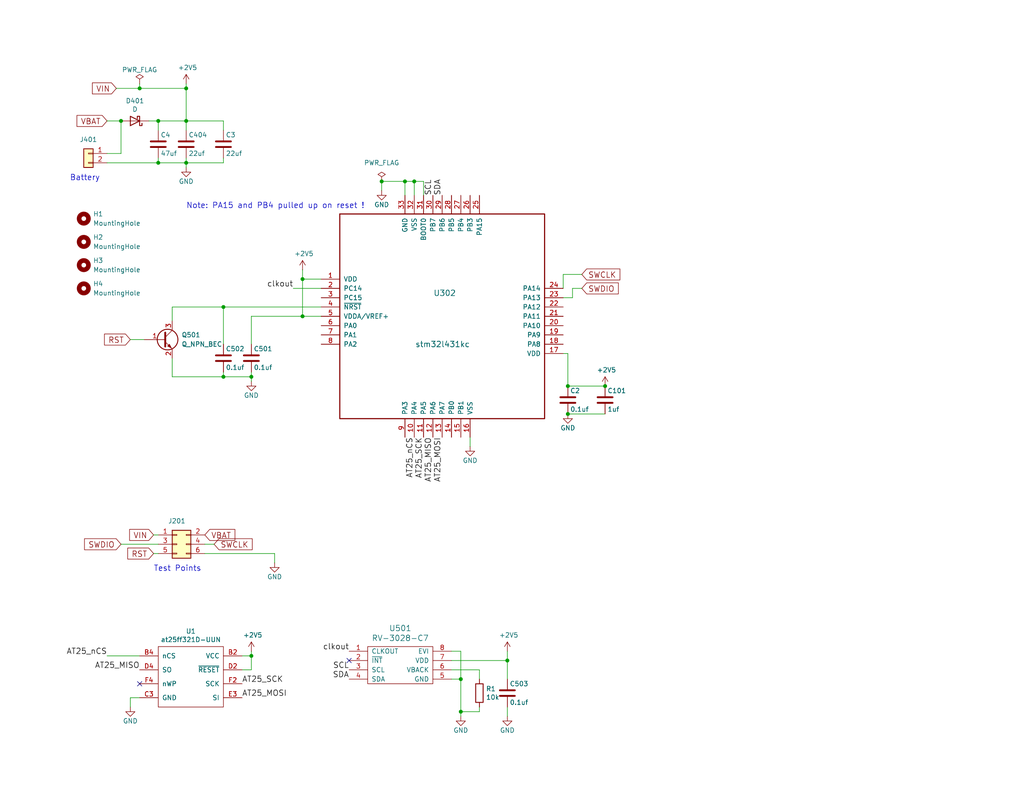
<source format=kicad_sch>
(kicad_sch (version 20231120) (generator "eeschema") (generator_version "8.0")
  (paper "USLetter")
  (title_block (title "ProtoTag Template") (date "2025-01-31") (company "IUCS") (comment 1 "Geoffrey Brown"))
  (lib_symbols
    (symbol "+2V5_1" (power) (pin_numbers hide) (pin_names (offset 0) hide)
      (property "Value" "+2V5" (at 0 3.556 0))
      (symbol "+2V5_1_0_1"
        (polyline (pts (xy -0.762 1.27) (xy 0 2.54)))
        (polyline (pts (xy 0 0) (xy 0 2.54)))
        (polyline (pts (xy 0 2.54) (xy 0.762 1.27)))
      )
      (symbol "+2V5_1_1_1"
        (pin power_in line (at 0 0 90) (length 0) (name "~") (number "1"))
      )
    )
    (symbol "+2V5_2" (power) (pin_numbers hide) (pin_names (offset 0) hide)
      (property "Value" "+2V5" (at 0 3.556 0))
      (symbol "+2V5_2_0_1"
        (polyline (pts (xy -0.762 1.27) (xy 0 2.54)))
        (polyline (pts (xy 0 0) (xy 0 2.54)))
        (polyline (pts (xy 0 2.54) (xy 0.762 1.27)))
      )
      (symbol "+2V5_2_1_1"
        (pin power_in line (at 0 0 90) (length 0) (name "~") (number "1"))
      )
    )
    (symbol "+2V5_3" (power) (pin_numbers hide) (pin_names (offset 0) hide)
      (property "Value" "+2V5" (at 0 3.556 0))
      (symbol "+2V5_3_0_1"
        (polyline (pts (xy -0.762 1.27) (xy 0 2.54)))
        (polyline (pts (xy 0 0) (xy 0 2.54)))
        (polyline (pts (xy 0 2.54) (xy 0.762 1.27)))
      )
      (symbol "+2V5_3_1_1"
        (pin power_in line (at 0 0 90) (length 0) (name "~") (number "1"))
      )
    )
    (symbol "+2V5_4" (power) (pin_numbers hide) (pin_names (offset 0) hide)
      (property "Value" "+2V5" (at 0 3.556 0))
      (symbol "+2V5_4_0_1"
        (polyline (pts (xy -0.762 1.27) (xy 0 2.54)))
        (polyline (pts (xy 0 0) (xy 0 2.54)))
        (polyline (pts (xy 0 2.54) (xy 0.762 1.27)))
      )
      (symbol "+2V5_4_1_1"
        (pin power_in line (at 0 0 90) (length 0) (name "~") (number "1"))
      )
    )
    (symbol "Connector_Generic:Conn_01x02" (pin_names (offset 1.016) hide)
      (property "Reference" "J" (at 0 2.54 0))
      (property "Value" "Conn_01x02" (at 0 -5.08 0))
      (symbol "Conn_01x02_1_1"
        (rectangle (start -1.27 -2.413) (end 0 -2.667) (stroke (width 0.1524)))
        (rectangle (start -1.27 0.127) (end 0 -0.127) (stroke (width 0.1524)))
        (rectangle (start -1.27 1.27) (end 1.27 -3.81) (stroke (width 0.254)) (fill (type background)))
        (pin passive line (at -5.08 0 0) (length 3.81) (name "Pin_1") (number "1"))
        (pin passive line (at -5.08 -2.54 0) (length 3.81) (name "Pin_2") (number "2"))
      )
    )
    (symbol "Connector_Generic:Conn_02x03_Odd_Even" (pin_names (offset 1.016) hide)
      (property "Reference" "J" (at 1.27 5.08 0))
      (property "Value" "Conn_02x03_Odd_Even" (at 1.27 -5.08 0))
      (symbol "Conn_02x03_Odd_Even_1_1"
        (rectangle (start -1.27 -2.413) (end 0 -2.667) (stroke (width 0.1524)))
        (rectangle (start -1.27 0.127) (end 0 -0.127) (stroke (width 0.1524)))
        (rectangle (start -1.27 2.667) (end 0 2.413) (stroke (width 0.1524)))
        (rectangle (start -1.27 3.81) (end 3.81 -3.81) (stroke (width 0.254)) (fill (type background)))
        (rectangle (start 3.81 -2.413) (end 2.54 -2.667) (stroke (width 0.1524)))
        (rectangle (start 3.81 0.127) (end 2.54 -0.127) (stroke (width 0.1524)))
        (rectangle (start 3.81 2.667) (end 2.54 2.413) (stroke (width 0.1524)))
        (pin passive line (at -5.08 2.54 0) (length 3.81) (name "Pin_1") (number "1"))
        (pin passive line (at 7.62 2.54 180) (length 3.81) (name "Pin_2") (number "2"))
        (pin passive line (at -5.08 0 0) (length 3.81) (name "Pin_3") (number "3"))
        (pin passive line (at 7.62 0 180) (length 3.81) (name "Pin_4") (number "4"))
        (pin passive line (at -5.08 -2.54 0) (length 3.81) (name "Pin_5") (number "5"))
        (pin passive line (at 7.62 -2.54 180) (length 3.81) (name "Pin_6") (number "6"))
      )
    )
    (symbol "Device:C" (pin_numbers hide) (pin_names (offset 0.254))
      (property "Reference" "C" (at 0.635 2.54 0))
      (property "Value" "C" (at 0.635 -2.54 0))
      (symbol "C_0_1"
        (polyline (pts (xy -2.032 -0.762) (xy 2.032 -0.762)) (stroke (width 0.508)))
        (polyline (pts (xy -2.032 0.762) (xy 2.032 0.762)) (stroke (width 0.508)))
      )
      (symbol "C_1_1"
        (pin passive line (at 0 3.81 270) (length 2.794) (name "~") (number "1"))
        (pin passive line (at 0 -3.81 90) (length 2.794) (name "~") (number "2"))
      )
    )
    (symbol "Device:D_Schottky" (pin_numbers hide) (pin_names (offset 1.016) hide)
      (property "Reference" "D" (at 0 2.54 0))
      (property "Value" "D_Schottky" (at 0 -2.54 0))
      (symbol "D_Schottky_0_1"
        (polyline (pts (xy 1.27 0) (xy -1.27 0)))
        (polyline (pts (xy 1.27 1.27) (xy 1.27 -1.27) (xy -1.27 0) (xy 1.27 1.27)) (stroke (width 0.254)))
        (polyline (pts (xy -1.905 0.635) (xy -1.905 1.27) (xy -1.27 1.27) (xy -1.27 -1.27) (xy -0.635 -1.27) (xy -0.635 -0.635)) (stroke (width 0.254)))
      )
      (symbol "D_Schottky_1_1"
        (pin passive line (at -3.81 0 0) (length 2.54) (name "K") (number "1"))
        (pin passive line (at 3.81 0 180) (length 2.54) (name "A") (number "2"))
      )
    )
    (symbol "Device:Q_NPN_BEC" (pin_names (offset 0) hide)
      (property "Reference" "Q" (at 5.08 1.27 0))
      (property "Value" "Q_NPN_BEC" (at 5.08 -1.27 0))
      (symbol "Q_NPN_BEC_0_1"
        (polyline (pts (xy 0.635 0.635) (xy 2.54 2.54)))
        (polyline (pts (xy 0.635 -0.635) (xy 2.54 -2.54) (xy 2.54 -2.54)))
        (polyline (pts (xy 0.635 1.905) (xy 0.635 -1.905) (xy 0.635 -1.905)) (stroke (width 0.508)))
        (polyline (pts (xy 1.27 -1.778) (xy 1.778 -1.27) (xy 2.286 -2.286) (xy 1.27 -1.778) (xy 1.27 -1.778)) (fill (type outline)))
        (circle (center 1.27 0) (radius 2.8194) (stroke (width 0.254)))
      )
      (symbol "Q_NPN_BEC_1_1"
        (pin input line (at -5.08 0 0) (length 5.715) (name "B") (number "1"))
        (pin passive line (at 2.54 -5.08 90) (length 2.54) (name "E") (number "2"))
        (pin passive line (at 2.54 5.08 270) (length 2.54) (name "C") (number "3"))
      )
    )
    (symbol "Device:R" (pin_numbers hide) (pin_names (offset 0))
      (property "Reference" "R" (at 2.032 0 90))
      (property "Value" "R" (at 0 0 90))
      (symbol "R_0_1"
        (rectangle (start -1.016 -2.54) (end 1.016 2.54) (stroke (width 0.254)))
      )
      (symbol "R_1_1"
        (pin passive line (at 0 3.81 270) (length 1.27) (name "~") (number "1"))
        (pin passive line (at 0 -3.81 90) (length 1.27) (name "~") (number "2"))
      )
    )
    (symbol "GND_1" (power) (pin_numbers hide) (pin_names (offset 0) hide)
      (property "Value" "GND" (at 0 -3.81 0))
      (symbol "GND_1_0_1"
        (polyline (pts (xy 0 0) (xy 0 -1.27) (xy 1.27 -1.27) (xy 0 -2.54) (xy -1.27 -1.27) (xy 0 -1.27)))
      )
      (symbol "GND_1_1_1"
        (pin power_in line (at 0 0 270) (length 0) (name "~") (number "1"))
      )
    )
    (symbol "GND_11" (power) (pin_numbers hide) (pin_names (offset 0) hide)
      (property "Value" "GND" (at 0 -3.81 0))
      (symbol "GND_11_0_1"
        (polyline (pts (xy 0 0) (xy 0 -1.27) (xy 1.27 -1.27) (xy 0 -2.54) (xy -1.27 -1.27) (xy 0 -1.27)))
      )
      (symbol "GND_11_1_1"
        (pin power_in line (at 0 0 270) (length 0) (name "~") (number "1"))
      )
    )
    (symbol "GND_12" (power) (pin_numbers hide) (pin_names (offset 0) hide)
      (property "Value" "GND" (at 0 -3.81 0))
      (symbol "GND_12_0_1"
        (polyline (pts (xy 0 0) (xy 0 -1.27) (xy 1.27 -1.27) (xy 0 -2.54) (xy -1.27 -1.27) (xy 0 -1.27)))
      )
      (symbol "GND_12_1_1"
        (pin power_in line (at 0 0 270) (length 0) (name "~") (number "1"))
      )
    )
    (symbol "GND_2" (power) (pin_numbers hide) (pin_names (offset 0) hide)
      (property "Value" "GND" (at 0 -3.81 0))
      (symbol "GND_2_0_1"
        (polyline (pts (xy 0 0) (xy 0 -1.27) (xy 1.27 -1.27) (xy 0 -2.54) (xy -1.27 -1.27) (xy 0 -1.27)))
      )
      (symbol "GND_2_1_1"
        (pin power_in line (at 0 0 270) (length 0) (name "~") (number "1"))
      )
    )
    (symbol "GND_3" (power) (pin_numbers hide) (pin_names (offset 0) hide)
      (property "Value" "GND" (at 0 -3.81 0))
      (symbol "GND_3_0_1"
        (polyline (pts (xy 0 0) (xy 0 -1.27) (xy 1.27 -1.27) (xy 0 -2.54) (xy -1.27 -1.27) (xy 0 -1.27)))
      )
      (symbol "GND_3_1_1"
        (pin power_in line (at 0 0 270) (length 0) (name "~") (number "1"))
      )
    )
    (symbol "GND_4" (power) (pin_numbers hide) (pin_names (offset 0) hide)
      (property "Value" "GND" (at 0 -3.81 0))
      (symbol "GND_4_0_1"
        (polyline (pts (xy 0 0) (xy 0 -1.27) (xy 1.27 -1.27) (xy 0 -2.54) (xy -1.27 -1.27) (xy 0 -1.27)))
      )
      (symbol "GND_4_1_1"
        (pin power_in line (at 0 0 270) (length 0) (name "~") (number "1"))
      )
    )
    (symbol "GND_5" (power) (pin_numbers hide) (pin_names (offset 0) hide)
      (property "Value" "GND" (at 0 -3.81 0))
      (symbol "GND_5_0_1"
        (polyline (pts (xy 0 0) (xy 0 -1.27) (xy 1.27 -1.27) (xy 0 -2.54) (xy -1.27 -1.27) (xy 0 -1.27)))
      )
      (symbol "GND_5_1_1"
        (pin power_in line (at 0 0 270) (length 0) (name "~") (number "1"))
      )
    )
    (symbol "GND_9" (power) (pin_numbers hide) (pin_names (offset 0) hide)
      (property "Value" "GND" (at 0 -3.81 0))
      (symbol "GND_9_0_1"
        (polyline (pts (xy 0 0) (xy 0 -1.27) (xy 1.27 -1.27) (xy 0 -2.54) (xy -1.27 -1.27) (xy 0 -1.27)))
      )
      (symbol "GND_9_1_1"
        (pin power_in line (at 0 0 270) (length 0) (name "~") (number "1"))
      )
    )
    (symbol "Mechanical:MountingHole" (pin_names (offset 1.016)) (exclude_from_sim yes) (in_bom no)
      (property "Reference" "H" (at 0 5.08 0))
      (property "Value" "MountingHole" (at 0 3.175 0))
      (symbol "MountingHole_0_1"
        (circle (center 0 0) (radius 1.27) (stroke (width 1.27)))
      )
    )
    (symbol "PWR_FLAG_1" (power) (pin_numbers hide) (pin_names (offset 0) hide)
      (property "Value" "PWR_FLAG" (at 0 3.81 0))
      (symbol "PWR_FLAG_1_0_0"
        (pin power_out line (at 0 0 90) (length 0) (name "~") (number "1"))
      )
      (symbol "PWR_FLAG_1_0_1"
        (polyline (pts (xy 0 0) (xy 0 1.27) (xy -1.016 1.905) (xy 0 2.54) (xy 1.016 1.905) (xy 0 1.27)))
      )
    )
    (symbol "PresTag:RV-3028-C7-gpsparts" (pin_names (offset 1.016))
      (property "Reference" "U" (at 0 7.62 0))
      (property "Value" "RV-3028-C7-gpsparts" (at 1.27 -7.62 0))
      (symbol "RV-3028-C7-gpsparts_0_1"
        (rectangle (start -8.89 5.08) (end 8.89 -5.08))
      )
      (symbol "RV-3028-C7-gpsparts_1_1"
        (pin input line (at -13.97 3.81 0) (length 5.08) (name "CLKOUT") (number "1"))
        (pin input line (at -13.97 1.27 0) (length 5.08) (name "~{INT}") (number "2"))
        (pin input line (at -13.97 -1.27 0) (length 5.08) (name "SCL") (number "3"))
        (pin input line (at -13.97 -3.81 0) (length 5.08) (name "SDA") (number "4"))
        (pin input line (at 13.97 -3.81 180) (length 5.08) (name "GND") (number "5"))
        (pin input line (at 13.97 -1.27 180) (length 5.08) (name "VBACK") (number "6"))
        (pin input line (at 13.97 1.27 180) (length 5.08) (name "VDD") (number "7"))
        (pin input line (at 13.97 3.81 180) (length 5.08) (name "EVI") (number "8"))
      )
    )
    (symbol "PresTag:stm32l432-gpsparts" (pin_names (offset 1.016))
      (property "Reference" "U" (at 36.83 -3.81 0))
      (property "Value" "stm32l432-gpsparts" (at 59.69 -24.13 0))
      (symbol "stm32l432-gpsparts_1_1"
        (rectangle (start 5.08 17.78) (end 60.96 -38.1) (stroke (width 0.3048)))
        (pin power_in line (at 0 0 0) (length 5.08) (name "VDD") (number "1"))
        (pin bidirectional line (at 25.4 -43.18 90) (length 5.08) (name "PA4") (number "10"))
        (pin bidirectional line (at 27.94 -43.18 90) (length 5.08) (name "PA5") (number "11"))
        (pin bidirectional line (at 30.48 -43.18 90) (length 5.08) (name "PA6") (number "12"))
        (pin bidirectional line (at 33.02 -43.18 90) (length 5.08) (name "PA7") (number "13"))
        (pin bidirectional line (at 35.56 -43.18 90) (length 5.08) (name "PB0") (number "14"))
        (pin bidirectional line (at 38.1 -43.18 90) (length 5.08) (name "PB1") (number "15"))
        (pin power_in line (at 40.64 -43.18 90) (length 5.08) (name "VSS") (number "16"))
        (pin power_in line (at 66.04 -20.32 180) (length 5.08) (name "VDD") (number "17"))
        (pin bidirectional line (at 66.04 -17.78 180) (length 5.08) (name "PA8") (number "18"))
        (pin bidirectional line (at 66.04 -15.24 180) (length 5.08) (name "PA9") (number "19"))
        (pin bidirectional line (at 0 -2.54 0) (length 5.08) (name "PC14") (number "2"))
        (pin bidirectional line (at 66.04 -12.7 180) (length 5.08) (name "PA10") (number "20"))
        (pin bidirectional line (at 66.04 -10.16 180) (length 5.08) (name "PA11") (number "21"))
        (pin bidirectional line (at 66.04 -7.62 180) (length 5.08) (name "PA12") (number "22"))
        (pin bidirectional line (at 66.04 -5.08 180) (length 5.08) (name "PA13") (number "23"))
        (pin bidirectional line (at 66.04 -2.54 180) (length 5.08) (name "PA14") (number "24"))
        (pin bidirectional line (at 43.18 22.86 270) (length 5.08) (name "PA15") (number "25"))
        (pin bidirectional line (at 40.64 22.86 270) (length 5.08) (name "PB3") (number "26"))
        (pin bidirectional line (at 38.1 22.86 270) (length 5.08) (name "PB4") (number "27"))
        (pin bidirectional line (at 35.56 22.86 270) (length 5.08) (name "PB5") (number "28"))
        (pin bidirectional line (at 33.02 22.86 270) (length 5.08) (name "PB6") (number "29"))
        (pin bidirectional line (at 0 -5.08 0) (length 5.08) (name "PC15") (number "3"))
        (pin bidirectional line (at 30.48 22.86 270) (length 5.08) (name "PB7") (number "30"))
        (pin input line (at 27.94 22.86 270) (length 5.08) (name "BOOT0") (number "31"))
        (pin power_in line (at 25.4 22.86 270) (length 5.08) (name "VSS") (number "32"))
        (pin power_in line (at 22.86 22.86 270) (length 5.08) (name "GND") (number "33"))
        (pin bidirectional line (at 0 -7.62 0) (length 5.08) (name "~{NRST}") (number "4"))
        (pin power_in line (at 0 -10.16 0) (length 5.08) (name "VDDA/VREF+") (number "5"))
        (pin bidirectional line (at 0 -12.7 0) (length 5.08) (name "PA0") (number "6"))
        (pin bidirectional line (at 0 -15.24 0) (length 5.08) (name "PA1") (number "7"))
        (pin bidirectional line (at 0 -17.78 0) (length 5.08) (name "PA2") (number "8"))
        (pin passive line (at 22.86 -43.18 90) (length 5.08) (name "PA3") (number "9"))
      )
    )
    (symbol "at25xe:at25ex321D-UUN" (pin_names (offset 1.016))
      (property "Reference" "U" (at 0 7.62 0))
      (property "Value" "at25ex321D-UUN" (at -1.27 -12.7 0))
      (symbol "at25ex321D-UUN_0_1"
        (rectangle (start -8.89 -10.16) (end 8.89 6.35))
      )
      (symbol "at25ex321D-UUN_1_1"
        (pin no_connect line (at -12.7 -12.7 0) (length 5.08) hide (name "NC") (number "A1"))
        (pin no_connect line (at 12.7 -12.7 180) (length 5.08) hide (name "NC") (number "A5"))
        (pin power_in line (at 13.97 3.81 180) (length 5.08) (name "VCC") (number "B2"))
        (pin input line (at -13.97 3.81 0) (length 5.08) (name "nCS") (number "B4"))
        (pin power_in line (at -13.97 -7.62 0) (length 5.08) (name "GND") (number "C3"))
        (pin input line (at 13.97 0 180) (length 5.08) (name "~{RESET}") (number "D2"))
        (pin output line (at -13.97 0 0) (length 5.08) (name "SO") (number "D4"))
        (pin input line (at 13.97 -7.62 180) (length 5.08) (name "SI") (number "E3"))
        (pin input line (at 13.97 -3.81 180) (length 5.08) (name "SCK") (number "F2"))
        (pin input line (at -13.97 -3.81 0) (length 5.08) (name "nWP") (number "F4"))
        (pin no_connect line (at -12.7 -15.24 0) (length 5.08) hide (name "NC") (number "G1"))
        (pin no_connect line (at 12.7 -15.24 180) (length 5.08) hide (name "NC") (number "G5"))
      )
    )
    (symbol "power:+2V5" (power) (pin_numbers hide) (pin_names (offset 0) hide)
      (property "Value" "+2V5" (at 0 3.556 0))
      (symbol "+2V5_0_1"
        (polyline (pts (xy -0.762 1.27) (xy 0 2.54)))
        (polyline (pts (xy 0 0) (xy 0 2.54)))
        (polyline (pts (xy 0 2.54) (xy 0.762 1.27)))
      )
      (symbol "+2V5_1_1"
        (pin power_in line (at 0 0 90) (length 0) (name "~") (number "1"))
      )
    )
    (symbol "power:GND" (power) (pin_numbers hide) (pin_names (offset 0) hide)
      (property "Value" "GND" (at 0 -3.81 0))
      (symbol "GND_0_1"
        (polyline (pts (xy 0 0) (xy 0 -1.27) (xy 1.27 -1.27) (xy 0 -2.54) (xy -1.27 -1.27) (xy 0 -1.27)))
      )
      (symbol "GND_1_1"
        (pin power_in line (at 0 0 270) (length 0) (name "~") (number "1"))
      )
    )
    (symbol "power:PWR_FLAG" (power) (pin_numbers hide) (pin_names (offset 0) hide)
      (property "Value" "PWR_FLAG" (at 0 3.81 0))
      (symbol "PWR_FLAG_0_0"
        (pin power_out line (at 0 0 90) (length 0) (name "~") (number "1"))
      )
      (symbol "PWR_FLAG_0_1"
        (polyline (pts (xy 0 0) (xy 0 1.27) (xy -1.016 1.905) (xy 0 2.54) (xy 1.016 1.905) (xy 0 1.27)))
      )
    )
  )
  (junction (at 60.96 83.82))
  (junction (at 43.18 44.45))
  (junction (at 125.73 185.42))
  (junction (at 50.8 24.13))
  (junction (at 104.14 49.53))
  (junction (at 154.94 113.03))
  (junction (at 110.49 49.53))
  (junction (at 82.55 76.2))
  (junction (at 43.18 33.02))
  (junction (at 60.96 102.87))
  (junction (at 68.58 102.87))
  (junction (at 154.94 105.41))
  (junction (at 33.02 33.02))
  (junction (at 165.1 105.41))
  (junction (at 50.8 33.02))
  (junction (at 38.1 24.13))
  (junction (at 113.03 49.53))
  (junction (at 125.73 194.31))
  (junction (at 68.58 179.07))
  (junction (at 82.55 86.36))
  (junction (at 50.8 44.45))
  (junction (at 138.43 180.34))
  (no_connect (at 38.1 186.69))
  (no_connect (at 95.25 180.34))
  (wire (pts (xy 68.58 182.88) (xy 68.58 179.07)))
  (wire (pts (xy 125.73 194.31) (xy 125.73 195.58)))
  (wire (pts (xy 123.19 180.34) (xy 138.43 180.34)))
  (wire (pts (xy 46.99 83.82) (xy 60.96 83.82)))
  (wire (pts (xy 38.1 22.86) (xy 38.1 24.13)))
  (wire (pts (xy 50.8 33.02) (xy 50.8 35.56)))
  (wire (pts (xy 104.14 52.07) (xy 104.14 49.53)))
  (wire (pts (xy 130.81 193.04) (xy 130.81 194.31)))
  (wire (pts (xy 60.96 83.82) (xy 60.96 93.98)))
  (wire (pts (xy 154.94 96.52) (xy 154.94 105.41)))
  (wire (pts (xy 138.43 180.34) (xy 138.43 185.42)))
  (wire (pts (xy 41.91 151.13) (xy 43.18 151.13)))
  (wire (pts (xy 130.81 182.88) (xy 130.81 185.42)))
  (wire (pts (xy 50.8 44.45) (xy 60.96 44.45)))
  (wire (pts (xy 60.96 102.87) (xy 68.58 102.87)))
  (wire (pts (xy 43.18 44.45) (xy 50.8 44.45)))
  (wire (pts (xy 82.55 86.36) (xy 87.63 86.36)))
  (wire (pts (xy 110.49 49.53) (xy 110.49 53.34)))
  (wire (pts (xy 130.81 194.31) (xy 125.73 194.31)))
  (wire (pts (xy 68.58 101.6) (xy 68.58 102.87)))
  (wire (pts (xy 153.67 96.52) (xy 154.94 96.52)))
  (wire (pts (xy 33.02 148.59) (xy 43.18 148.59)))
  (wire (pts (xy 35.56 190.5) (xy 35.56 193.04)))
  (wire (pts (xy 68.58 179.07) (xy 68.58 177.8)))
  (wire (pts (xy 113.03 49.53) (xy 115.57 49.53)))
  (wire (pts (xy 68.58 102.87) (xy 68.58 104.14)))
  (wire (pts (xy 55.88 151.13) (xy 74.93 151.13)))
  (wire (pts (xy 80.01 78.74) (xy 87.63 78.74)))
  (wire (pts (xy 29.21 33.02) (xy 33.02 33.02)))
  (wire (pts (xy 29.21 44.45) (xy 43.18 44.45)))
  (wire (pts (xy 43.18 33.02) (xy 43.18 35.56)))
  (wire (pts (xy 50.8 43.18) (xy 50.8 44.45)))
  (wire (pts (xy 87.63 83.82) (xy 60.96 83.82)))
  (wire (pts (xy 46.99 87.63) (xy 46.99 83.82)))
  (wire (pts (xy 41.91 146.05) (xy 43.18 146.05)))
  (wire (pts (xy 46.99 97.79) (xy 46.99 102.87)))
  (wire (pts (xy 82.55 86.36) (xy 68.58 86.36)))
  (wire (pts (xy 110.49 49.53) (xy 113.03 49.53)))
  (wire (pts (xy 60.96 33.02) (xy 60.96 35.56)))
  (wire (pts (xy 43.18 43.18) (xy 43.18 44.45)))
  (wire (pts (xy 50.8 24.13) (xy 50.8 33.02)))
  (wire (pts (xy 55.88 148.59) (xy 58.42 148.59)))
  (wire (pts (xy 115.57 49.53) (xy 115.57 53.34)))
  (wire (pts (xy 40.64 33.02) (xy 43.18 33.02)))
  (wire (pts (xy 153.67 78.74) (xy 153.67 74.93)))
  (wire (pts (xy 123.19 182.88) (xy 130.81 182.88)))
  (wire (pts (xy 66.04 182.88) (xy 68.58 182.88)))
  (wire (pts (xy 66.04 179.07) (xy 68.58 179.07)))
  (wire (pts (xy 33.02 41.91) (xy 29.21 41.91)))
  (wire (pts (xy 104.14 49.53) (xy 110.49 49.53)))
  (wire (pts (xy 82.55 73.66) (xy 82.55 76.2)))
  (wire (pts (xy 153.67 74.93) (xy 158.75 74.93)))
  (wire (pts (xy 60.96 44.45) (xy 60.96 43.18)))
  (wire (pts (xy 74.93 151.13) (xy 74.93 153.67)))
  (wire (pts (xy 33.02 33.02) (xy 33.02 41.91)))
  (wire (pts (xy 68.58 93.98) (xy 68.58 86.36)))
  (wire (pts (xy 125.73 177.8) (xy 125.73 185.42)))
  (wire (pts (xy 123.19 177.8) (xy 125.73 177.8)))
  (wire (pts (xy 82.55 76.2) (xy 82.55 86.36)))
  (wire (pts (xy 35.56 92.71) (xy 39.37 92.71)))
  (wire (pts (xy 154.94 105.41) (xy 165.1 105.41)))
  (wire (pts (xy 156.21 78.74) (xy 158.75 78.74)))
  (wire (pts (xy 46.99 102.87) (xy 60.96 102.87)))
  (wire (pts (xy 50.8 33.02) (xy 60.96 33.02)))
  (wire (pts (xy 138.43 177.8) (xy 138.43 180.34)))
  (wire (pts (xy 60.96 101.6) (xy 60.96 102.87)))
  (wire (pts (xy 125.73 185.42) (xy 125.73 194.31)))
  (wire (pts (xy 123.19 185.42) (xy 125.73 185.42)))
  (wire (pts (xy 50.8 44.45) (xy 50.8 45.72)))
  (wire (pts (xy 82.55 76.2) (xy 87.63 76.2)))
  (wire (pts (xy 50.8 22.86) (xy 50.8 24.13)))
  (wire (pts (xy 138.43 193.04) (xy 138.43 195.58)))
  (wire (pts (xy 31.75 24.13) (xy 38.1 24.13)))
  (wire (pts (xy 38.1 190.5) (xy 35.56 190.5)))
  (wire (pts (xy 128.27 119.38) (xy 128.27 121.92)))
  (wire (pts (xy 29.21 179.07) (xy 38.1 179.07)))
  (wire (pts (xy 113.03 49.53) (xy 113.03 53.34)))
  (wire (pts (xy 153.67 81.28) (xy 156.21 81.28)))
  (wire (pts (xy 156.21 81.28) (xy 156.21 78.74)))
  (wire (pts (xy 165.1 113.03) (xy 154.94 113.03)))
  (wire (pts (xy 43.18 33.02) (xy 50.8 33.02)))
  (wire (pts (xy 38.1 24.13) (xy 50.8 24.13)))
  (text "Battery" (at 19.05 49.53 0) (effects (font (size 1.524 1.524)) (justify left bottom)))
  (text "Note: PA15 and PB4 pulled up on reset !" (at 50.8 57.15 0) (effects (font (size 1.524 1.524)) (justify left bottom)))
  (text "Test Points" (at 41.91 156.21 0) (effects (font (size 1.524 1.524)) (justify left bottom)))
  (label "AT25_nCS" (at 29.21 179.07 180) (effects (font (size 1.524 1.524))))
  (label "AT25_SCK" (at 115.57 119.38 270) (effects (font (size 1.524 1.524))))
  (label "SDA" (at 120.65 53.34 90) (effects (font (size 1.524 1.524))))
  (label "SCL" (at 95.25 182.88 180) (effects (font (size 1.524 1.524))))
  (label "AT25_MISO" (at 38.1 182.88 180) (effects (font (size 1.524 1.524))))
  (label "AT25_MISO" (at 118.11 119.38 270) (effects (font (size 1.524 1.524))))
  (label "AT25_MOSI" (at 66.04 190.5 0) (effects (font (size 1.524 1.524))))
  (label "clkout" (at 80.01 78.74 180) (effects (font (size 1.524 1.524))))
  (label "SCL" (at 118.11 53.34 90) (effects (font (size 1.524 1.524))))
  (label "AT25_MOSI" (at 120.65 119.38 270) (effects (font (size 1.524 1.524))))
  (label "SDA" (at 95.25 185.42 180) (effects (font (size 1.524 1.524))))
  (label "AT25_nCS" (at 113.03 119.38 270) (effects (font (size 1.524 1.524))))
  (label "AT25_SCK" (at 66.04 186.69 0) (effects (font (size 1.524 1.524))))
  (label "clkout" (at 95.25 177.8 180) (effects (font (size 1.524 1.524))))
  (global_label "VBAT" (shape input) (at 29.21 33.02 180) (effects (font (size 1.524 1.524))) (property "Intersheetrefs" "${INTERSHEET_REFS}" (effects (hide yes))))
  (global_label "RST" (shape input) (at 41.91 151.13 180) (effects (font (size 1.524 1.524))) (property "Intersheetrefs" "${INTERSHEET_REFS}" (effects (hide yes))))
  (global_label "SWCLK" (shape input) (at 58.42 148.59 0) (effects (font (size 1.524 1.524))) (property "Intersheetrefs" "${INTERSHEET_REFS}" (effects (hide yes))))
  (global_label "VBAT" (shape input) (at 55.88 146.05 0) (effects (font (size 1.524 1.524))) (property "Intersheetrefs" "${INTERSHEET_REFS}" (effects (hide yes))))
  (global_label "VIN" (shape input) (at 41.91 146.05 180) (effects (font (size 1.524 1.524))) (property "Intersheetrefs" "${INTERSHEET_REFS}" (effects (hide yes))))
  (global_label "SWDIO" (shape input) (at 158.75 78.74 0) (effects (font (size 1.524 1.524))) (property "Intersheetrefs" "${INTERSHEET_REFS}" (effects (hide yes))))
  (global_label "VIN" (shape input) (at 31.75 24.13 180) (effects (font (size 1.524 1.524))) (property "Intersheetrefs" "${INTERSHEET_REFS}" (effects (hide yes))))
  (global_label "SWDIO" (shape input) (at 33.02 148.59 180) (effects (font (size 1.524 1.524))) (property "Intersheetrefs" "${INTERSHEET_REFS}" (effects (hide yes))))
  (global_label "RST" (shape input) (at 35.56 92.71 180) (effects (font (size 1.524 1.524))) (property "Intersheetrefs" "${INTERSHEET_REFS}" (effects (hide yes))))
  (global_label "SWCLK" (shape input) (at 158.75 74.93 0) (effects (font (size 1.524 1.524))) (property "Intersheetrefs" "${INTERSHEET_REFS}" (effects (hide yes))))
  (symbol (lib_id "PresTag:stm32l432-gpsparts") (at 87.63 76.2 0) (unit 1)
    (property "Reference" "U302" (at 124.46 80.01 0) (effects (font (size 1.524 1.524)) (justify right)))
    (property "Value" "stm32l431kc" (at 128.27 93.98 0) (effects (font (size 1.524 1.524)) (justify right)))
    (property "Footprint" "Package_DFN_QFN:QFN-32-1EP_5x5mm_P0.5mm_EP3.45x3.45mm" (effects (hide yes)))
    (property "MFN" "STMicroelectronics" (effects (hide yes)))
    (property "DISTPN" "511-STM32L431KCU6" (effects (hide yes)))
    (property "MPN" "STM32L431KCU6" (effects (hide yes)))
  )
  (symbol (lib_id "Device:C") (at 60.96 97.79 0) (unit 1)
    (property "Reference" "C502" (at 61.595 95.25 0) (effects (justify left)))
    (property "Value" "0.1uf" (at 61.595 100.33 0) (effects (justify left)))
    (property "Footprint" "Capacitor_SMD:C_0201_0603Metric" (effects (hide yes)))
    (property "Macrofab" "MF-CAP-0402-0.1uF" (effects (hide yes)))
    (property "MFN" "Murata" (effects (hide yes)))
    (property "MPN" "GRM033C81E104KE14D" (effects (hide yes)))
    (property "DISTPN" "490-10403-1-ND" (effects (hide yes)))
  )
  (symbol (lib_id "Device:C") (at 68.58 97.79 0) (unit 1)
    (property "Reference" "C501" (at 69.215 95.25 0) (effects (justify left)))
    (property "Value" "0.1uf" (at 69.215 100.33 0) (effects (justify left)))
    (property "Footprint" "Capacitor_SMD:C_0201_0603Metric" (effects (hide yes)))
    (property "Macrofab" "MF-CAP-0402-0.1uF" (effects (hide yes)))
    (property "MFN" "Murata" (effects (hide yes)))
    (property "MPN" "GRM033C81E104KE14D" (effects (hide yes)))
    (property "DISTPN" "490-10403-1-ND" (effects (hide yes)))
  )
  (symbol (lib_id "Device:Q_NPN_BEC") (at 44.45 92.71 0) (unit 1)
    (property "Reference" "Q501" (at 49.53 91.44 0) (effects (justify left)))
    (property "Value" "Q_NPN_BEC" (at 49.53 93.98 0) (effects (justify left)))
    (property "Footprint" "Package_TO_SOT_SMD:SOT-883" (effects (hide yes)))
    (property "MFN" "Nexperia" (effects (hide yes)))
    (property "MPN" "BC847AMB,315" (effects (hide yes)))
    (property "DISTPN" "1727-2632-1-ND" (effects (hide yes)))
  )
  (symbol (lib_id "Device:C") (at 138.43 189.23 0) (unit 1)
    (property "Reference" "C503" (at 139.065 186.69 0) (effects (justify left)))
    (property "Value" "0.1uf" (at 139.065 191.77 0) (effects (justify left)))
    (property "Footprint" "Capacitor_SMD:C_0201_0603Metric" (effects (hide yes)))
    (property "MFN" "Murata" (effects (hide yes)))
    (property "MPN" "GRM033C81E104KE14D" (effects (hide yes)))
    (property "DISTPN" "490-10403-1-ND" (effects (hide yes)))
    (property "Macrofab" "MF-CAP-0402-0.1uF" (effects (hide yes)))
  )
  (symbol (lib_id "Connector_Generic:Conn_02x03_Odd_Even") (at 48.26 148.59 0) (unit 1)
    (property "Reference" "J201" (at 48.26 142.24 0))
    (property "Value" "CONN_02X04" (effects (hide yes)))
    (property "Footprint" "bittag:tagpoints6" (effects (hide yes)))
    (property "Populate" "No" (effects (hide yes)))
    (property "Config" "DNF" (effects (hide yes)))
    (property "DNP" "1" (effects (hide yes)))
  )
  (symbol (lib_name "GND_3") (lib_id "power:GND") (at 35.56 193.04 0) (unit 1)
    (property "Reference" "#PWR0102" (effects (hide yes)))
    (property "Value" "GND" (at 35.56 196.85 0))
    (property "Description" "Power symbol creates a global label with name \"GND\" , ground" (effects (hide yes)))
  )
  (symbol (lib_name "GND_5") (lib_id "power:GND") (at 68.58 104.14 0) (unit 1)
    (property "Reference" "#PWR0109" (effects (hide yes)))
    (property "Value" "GND" (at 68.58 107.95 0))
    (property "Description" "Power symbol creates a global label with name \"GND\" , ground" (effects (hide yes)))
  )
  (symbol (lib_name "GND_9") (lib_id "power:GND") (at 128.27 121.92 0) (unit 1)
    (property "Reference" "#PWR0103" (effects (hide yes)))
    (property "Value" "GND" (at 128.27 125.73 0))
    (property "Description" "Power symbol creates a global label with name \"GND\" , ground" (effects (hide yes)))
  )
  (symbol (lib_name "+2V5_3") (lib_id "power:+2V5") (at 82.55 73.66 0) (unit 1)
    (property "Reference" "#PWR0105" (effects (hide yes)))
    (property "Value" "+2V5" (at 82.931 69.2658 0))
    (property "Description" "Power symbol creates a global label with name \"+2V5\"" (effects (hide yes)))
  )
  (symbol (lib_id "power:+2V5") (at 165.1 105.41 0) (unit 1)
    (property "Reference" "#PWR0108" (effects (hide yes)))
    (property "Value" "+2V5" (at 165.481 101.0158 0))
    (property "Description" "Power symbol creates a global label with name \"+2V5\"" (effects (hide yes)))
  )
  (symbol (lib_name "GND_4") (lib_id "power:GND") (at 104.14 52.07 0) (unit 1)
    (property "Reference" "#PWR0110" (effects (hide yes)))
    (property "Value" "GND" (at 104.14 55.88 0))
    (property "Description" "Power symbol creates a global label with name \"GND\" , ground" (effects (hide yes)))
  )
  (symbol (lib_name "GND_2") (lib_id "power:GND") (at 74.93 153.67 0) (unit 1)
    (property "Reference" "#PWR0111" (effects (hide yes)))
    (property "Value" "GND" (at 74.93 157.48 0))
    (property "Description" "Power symbol creates a global label with name \"GND\" , ground" (effects (hide yes)))
  )
  (symbol (lib_name "GND_11") (lib_id "power:GND") (at 125.73 195.58 0) (unit 1)
    (property "Reference" "#PWR0112" (effects (hide yes)))
    (property "Value" "GND" (at 125.73 199.39 0))
    (property "Description" "Power symbol creates a global label with name \"GND\" , ground" (effects (hide yes)))
  )
  (symbol (lib_name "GND_12") (lib_id "power:GND") (at 138.43 195.58 0) (unit 1)
    (property "Reference" "#PWR0113" (effects (hide yes)))
    (property "Value" "GND" (at 138.43 199.39 0))
    (property "Description" "Power symbol creates a global label with name \"GND\" , ground" (effects (hide yes)))
  )
  (symbol (lib_name "+2V5_4") (lib_id "power:+2V5") (at 138.43 177.8 0) (unit 1)
    (property "Reference" "#PWR0114" (effects (hide yes)))
    (property "Value" "+2V5" (at 138.811 173.4058 0))
    (property "Description" "Power symbol creates a global label with name \"+2V5\"" (effects (hide yes)))
  )
  (symbol (lib_name "+2V5_1") (lib_id "power:+2V5") (at 50.8 22.86 0) (unit 1)
    (property "Reference" "#PWR0115" (effects (hide yes)))
    (property "Value" "+2V5" (at 51.181 18.4658 0))
    (property "Description" "Power symbol creates a global label with name \"+2V5\"" (effects (hide yes)))
  )
  (symbol (lib_name "PWR_FLAG_1") (lib_id "power:PWR_FLAG") (at 38.1 22.86 0) (unit 1)
    (property "Reference" "#FLG0102" (effects (hide yes)))
    (property "Value" "PWR_FLAG" (at 38.1 19.05 0))
    (property "Description" "Special symbol for telling ERC where power comes from" (effects (hide yes)))
  )
  (symbol (lib_name "GND_1") (lib_id "power:GND") (at 50.8 45.72 0) (unit 1)
    (property "Reference" "#PWR0116" (effects (hide yes)))
    (property "Value" "GND" (at 50.8 49.53 0))
    (property "Description" "Power symbol creates a global label with name \"GND\" , ground" (effects (hide yes)))
  )
  (symbol (lib_id "Connector_Generic:Conn_01x02") (at 24.13 41.91 0) (mirror y) (unit 1)
    (property "Reference" "J401" (at 24.13 38.1 0))
    (property "Value" "CONN_01X02" (effects (hide yes)))
    (property "Footprint" "bittag:MS621" (effects (hide yes)))
    (property "Populate" "No" (effects (hide yes)))
    (property "Config" "DNF" (effects (hide yes)))
    (property "DNP" "1" (effects (hide yes)))
  )
  (symbol (lib_id "Device:D_Schottky") (at 36.83 33.02 180) (unit 1)
    (property "Reference" "D401" (at 36.83 27.5336 0))
    (property "Value" "D" (at 36.83 29.845 0))
    (property "Footprint" "Diode_SMD:D_0402_1005Metric" (effects (hide yes)))
    (property "MFN" "COMCHIP" (effects (hide yes)))
    (property "MPN" "CDBQC0130L-HF" (effects (hide yes)))
    (property "DISTPN" "641-1519-1-ND" (effects (hide yes)))
  )
  (symbol (lib_id "Device:C") (at 50.8 39.37 0) (unit 1)
    (property "Reference" "C404" (at 51.435 36.83 0) (effects (justify left)))
    (property "Value" "22uf" (at 51.435 41.91 0) (effects (justify left)))
    (property "Footprint" "Capacitor_SMD:C_0402_1005Metric" (effects (hide yes)))
    (property "DISTPN" "478-9839-1-ND" (effects (hide yes)))
    (property "MFN" "AVX" (effects (hide yes)))
    (property "MPN" "04026D226MAT2A" (effects (hide yes)))
  )
  (symbol (lib_name "+2V5_2") (lib_id "power:+2V5") (at 68.58 177.8 0) (unit 1)
    (property "Reference" "#PWR0107" (effects (hide yes)))
    (property "Value" "+2V5" (at 68.961 173.4058 0))
    (property "Description" "Power symbol creates a global label with name \"+2V5\"" (effects (hide yes)))
  )
  (symbol (lib_id "PresTag:RV-3028-C7-gpsparts") (at 109.22 181.61 0) (unit 1)
    (property "Reference" "U501" (at 109.22 171.5262 0) (effects (font (size 1.524 1.524))))
    (property "Value" "RV-3028-C7" (at 109.22 174.2186 0) (effects (font (size 1.524 1.524))))
    (property "Footprint" "library:RV-8803-C7" (effects (hide yes)))
    (property "DISTPN" "2195-RV-3028-C732.768KHZ1PPM-TA-QCCT-ND" (effects (hide yes)))
    (property "MFN" "Micro Crystal" (effects (hide yes)))
    (property "MPN" "RV-3028-C7 32.768KHZ 1PPM-TA-QC" (effects (hide yes)))
  )
  (symbol (lib_id "Device:R") (at 130.81 189.23 0) (unit 1)
    (property "Reference" "R1" (at 132.588 188.0616 0) (effects (justify left)))
    (property "Value" "10k" (at 132.588 190.373 0) (effects (justify left)))
    (property "Footprint" "Resistor_SMD:R_0201_0603Metric" (effects (hide yes)))
    (property "DISTPN" "311-10.0KMCT-ND" (effects (hide yes)))
    (property "MFN" "Yaego" (effects (hide yes)))
    (property "MPN" "RC0201FR-0710KL" (effects (hide yes)))
    (property "Macrofab" "MF-RES-0402-10K" (effects (hide yes)))
  )
  (symbol (lib_id "at25xe:at25ex321D-UUN") (at 52.07 182.88 0) (unit 1)
    (property "Reference" "U1" (at 52.07 172.339 0))
    (property "Value" "at25ff321D-UUN" (at 52.07 174.6504 0))
    (property "Footprint" "library:adesto_wlcsp12" (effects (hide yes)))
    (property "DISTPN" "724-AT25FF321A-UUN-T" (effects (hide yes)))
    (property "MFN" "Dialog" (effects (hide yes)))
    (property "MPN" "AT25FF321A-UUN-T (Mouser)" (effects (hide yes)))
  )
  (symbol (lib_id "Device:C") (at 154.94 109.22 0) (unit 1)
    (property "Reference" "C2" (at 155.575 106.68 0) (effects (justify left)))
    (property "Value" "0.1uf" (at 155.575 111.76 0) (effects (justify left)))
    (property "Footprint" "Capacitor_SMD:C_0201_0603Metric" (effects (hide yes)))
    (property "Macrofab" "MF-CAP-0402-0.1uF" (effects (hide yes)))
    (property "MFN" "Murata" (effects (hide yes)))
    (property "MPN" "GRM033C81E104KE14D" (effects (hide yes)))
    (property "DISTPN" "490-10403-1-ND" (effects (hide yes)))
  )
  (symbol (lib_id "power:GND") (at 154.94 113.03 0) (unit 1)
    (property "Reference" "#PWR0101" (effects (hide yes)))
    (property "Value" "GND" (at 154.94 116.84 0))
    (property "Description" "Power symbol creates a global label with name \"GND\" , ground" (effects (hide yes)))
  )
  (symbol (lib_id "Device:C") (at 165.1 109.22 0) (unit 1)
    (property "Reference" "C101" (at 165.735 106.68 0) (effects (justify left)))
    (property "Value" "1uf" (at 165.735 111.76 0) (effects (justify left)))
    (property "Footprint" "Capacitor_SMD:C_0201_0603Metric" (effects (hide yes)))
    (property "MFN" "Murata" (effects (hide yes)))
    (property "MPN" "GRM033R60J105MEA2D" (effects (hide yes)))
    (property "DISTPN" "490-7229-1-ND" (effects (hide yes)))
  )
  (symbol (lib_id "Device:C") (at 43.18 39.37 0) (unit 1)
    (property "Reference" "C4" (at 43.815 36.83 0) (effects (justify left)))
    (property "Value" "47uf" (at 43.815 41.91 0) (effects (justify left)))
    (property "Footprint" "Capacitor_SMD:C_0603_1608Metric" (effects (hide yes)))
    (property "DISTPN" "478-11180-1-ND" (effects (hide yes)))
    (property "MFN" "KYOCERA AVX" (effects (hide yes)))
    (property "MPN" "06036D476MAT2A" (effects (hide yes)))
  )
  (symbol (lib_id "Mechanical:MountingHole") (at 22.86 66.04 0) (unit 1) (exclude_from_sim yes) (in_bom no)
    (property "Reference" "H2" (at 25.4 64.7699 0) (effects (justify left)))
    (property "Value" "MountingHole" (at 25.4 67.3099 0) (effects (justify left)))
    (property "Footprint" "MountingHole:MountingHole_2.5mm" (effects (hide yes)))
    (property "Description" "Mounting Hole without connection" (effects (hide yes)))
  )
  (symbol (lib_id "Mechanical:MountingHole") (at 22.86 72.39 0) (unit 1) (exclude_from_sim yes) (in_bom no)
    (property "Reference" "H3" (at 25.4 71.1199 0) (effects (justify left)))
    (property "Value" "MountingHole" (at 25.4 73.6599 0) (effects (justify left)))
    (property "Footprint" "MountingHole:MountingHole_2.5mm" (effects (hide yes)))
    (property "Description" "Mounting Hole without connection" (effects (hide yes)))
  )
  (symbol (lib_id "Device:C") (at 60.96 39.37 0) (unit 1)
    (property "Reference" "C3" (at 61.595 36.83 0) (effects (justify left)))
    (property "Value" "22uf" (at 61.595 41.91 0) (effects (justify left)))
    (property "Footprint" "Capacitor_SMD:C_0402_1005Metric" (effects (hide yes)))
    (property "DISTPN" "478-9839-1-ND" (effects (hide yes)))
    (property "MFN" "AVX" (effects (hide yes)))
    (property "MPN" "04026D226MAT2A" (effects (hide yes)))
  )
  (symbol (lib_id "Mechanical:MountingHole") (at 22.86 59.69 0) (unit 1) (exclude_from_sim yes) (in_bom no)
    (property "Reference" "H1" (at 25.4 58.4199 0) (effects (justify left)))
    (property "Value" "MountingHole" (at 25.4 60.9599 0) (effects (justify left)))
    (property "Footprint" "MountingHole:MountingHole_2.5mm" (effects (hide yes)))
    (property "Description" "Mounting Hole without connection" (effects (hide yes)))
  )
  (symbol (lib_id "power:PWR_FLAG") (at 104.14 49.53 0) (unit 1)
    (property "Reference" "#FLG0101" (effects (hide yes)))
    (property "Value" "PWR_FLAG" (at 104.14 44.45 0))
    (property "Description" "Special symbol for telling ERC where power comes from" (effects (hide yes)))
  )
  (symbol (lib_id "Mechanical:MountingHole") (at 22.86 78.74 0) (unit 1) (exclude_from_sim yes) (in_bom no)
    (property "Reference" "H4" (at 25.4 77.4699 0) (effects (justify left)))
    (property "Value" "MountingHole" (at 25.4 80.0099 0) (effects (justify left)))
    (property "Footprint" "MountingHole:MountingHole_2.5mm" (effects (hide yes)))
    (property "Description" "Mounting Hole without connection" (effects (hide yes)))
  )
)
</source>
